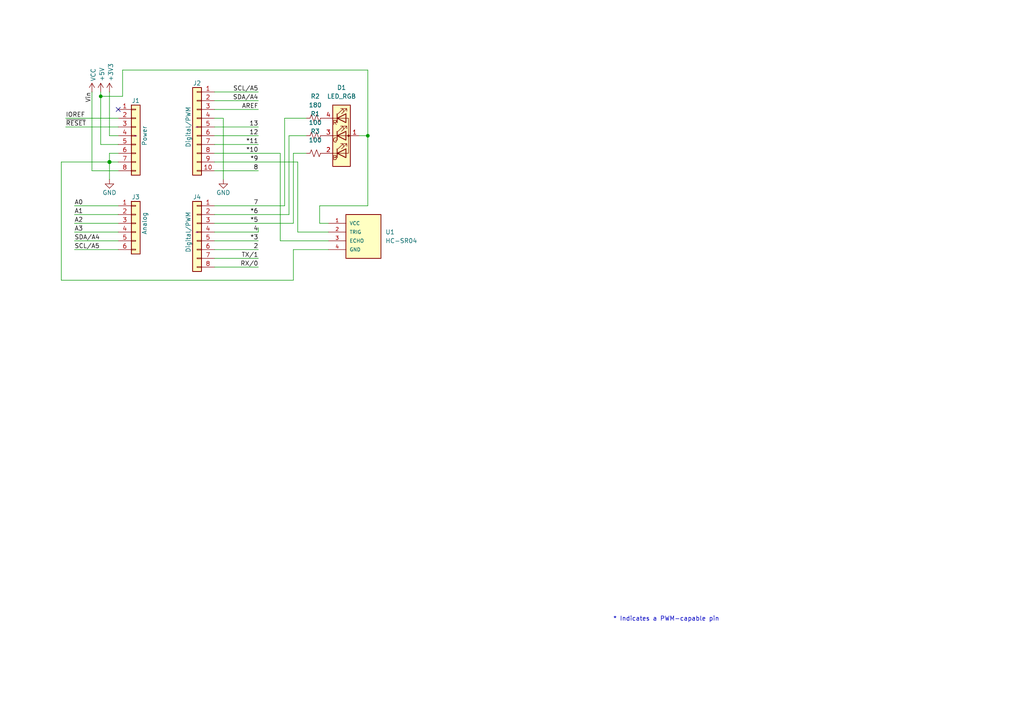
<source format=kicad_sch>
(kicad_sch
	(version 20231120)
	(generator "eeschema")
	(generator_version "8.0")
	(uuid "e63e39d7-6ac0-4ffd-8aa3-1841a4541b55")
	(paper "A4")
	(title_block
		(date "mar. 31 mars 2015")
	)
	(lib_symbols
		(symbol "Connector_Generic:Conn_01x06"
			(pin_names
				(offset 1.016) hide)
			(exclude_from_sim no)
			(in_bom yes)
			(on_board yes)
			(property "Reference" "J"
				(at 0 7.62 0)
				(effects
					(font
						(size 1.27 1.27)
					)
				)
			)
			(property "Value" "Conn_01x06"
				(at 0 -10.16 0)
				(effects
					(font
						(size 1.27 1.27)
					)
				)
			)
			(property "Footprint" ""
				(at 0 0 0)
				(effects
					(font
						(size 1.27 1.27)
					)
					(hide yes)
				)
			)
			(property "Datasheet" "~"
				(at 0 0 0)
				(effects
					(font
						(size 1.27 1.27)
					)
					(hide yes)
				)
			)
			(property "Description" "Generic connector, single row, 01x06, script generated (kicad-library-utils/schlib/autogen/connector/)"
				(at 0 0 0)
				(effects
					(font
						(size 1.27 1.27)
					)
					(hide yes)
				)
			)
			(property "ki_keywords" "connector"
				(at 0 0 0)
				(effects
					(font
						(size 1.27 1.27)
					)
					(hide yes)
				)
			)
			(property "ki_fp_filters" "Connector*:*_1x??_*"
				(at 0 0 0)
				(effects
					(font
						(size 1.27 1.27)
					)
					(hide yes)
				)
			)
			(symbol "Conn_01x06_1_1"
				(rectangle
					(start -1.27 -7.493)
					(end 0 -7.747)
					(stroke
						(width 0.1524)
						(type default)
					)
					(fill
						(type none)
					)
				)
				(rectangle
					(start -1.27 -4.953)
					(end 0 -5.207)
					(stroke
						(width 0.1524)
						(type default)
					)
					(fill
						(type none)
					)
				)
				(rectangle
					(start -1.27 -2.413)
					(end 0 -2.667)
					(stroke
						(width 0.1524)
						(type default)
					)
					(fill
						(type none)
					)
				)
				(rectangle
					(start -1.27 0.127)
					(end 0 -0.127)
					(stroke
						(width 0.1524)
						(type default)
					)
					(fill
						(type none)
					)
				)
				(rectangle
					(start -1.27 2.667)
					(end 0 2.413)
					(stroke
						(width 0.1524)
						(type default)
					)
					(fill
						(type none)
					)
				)
				(rectangle
					(start -1.27 5.207)
					(end 0 4.953)
					(stroke
						(width 0.1524)
						(type default)
					)
					(fill
						(type none)
					)
				)
				(rectangle
					(start -1.27 6.35)
					(end 1.27 -8.89)
					(stroke
						(width 0.254)
						(type default)
					)
					(fill
						(type background)
					)
				)
				(pin passive line
					(at -5.08 5.08 0)
					(length 3.81)
					(name "Pin_1"
						(effects
							(font
								(size 1.27 1.27)
							)
						)
					)
					(number "1"
						(effects
							(font
								(size 1.27 1.27)
							)
						)
					)
				)
				(pin passive line
					(at -5.08 2.54 0)
					(length 3.81)
					(name "Pin_2"
						(effects
							(font
								(size 1.27 1.27)
							)
						)
					)
					(number "2"
						(effects
							(font
								(size 1.27 1.27)
							)
						)
					)
				)
				(pin passive line
					(at -5.08 0 0)
					(length 3.81)
					(name "Pin_3"
						(effects
							(font
								(size 1.27 1.27)
							)
						)
					)
					(number "3"
						(effects
							(font
								(size 1.27 1.27)
							)
						)
					)
				)
				(pin passive line
					(at -5.08 -2.54 0)
					(length 3.81)
					(name "Pin_4"
						(effects
							(font
								(size 1.27 1.27)
							)
						)
					)
					(number "4"
						(effects
							(font
								(size 1.27 1.27)
							)
						)
					)
				)
				(pin passive line
					(at -5.08 -5.08 0)
					(length 3.81)
					(name "Pin_5"
						(effects
							(font
								(size 1.27 1.27)
							)
						)
					)
					(number "5"
						(effects
							(font
								(size 1.27 1.27)
							)
						)
					)
				)
				(pin passive line
					(at -5.08 -7.62 0)
					(length 3.81)
					(name "Pin_6"
						(effects
							(font
								(size 1.27 1.27)
							)
						)
					)
					(number "6"
						(effects
							(font
								(size 1.27 1.27)
							)
						)
					)
				)
			)
		)
		(symbol "Connector_Generic:Conn_01x08"
			(pin_names
				(offset 1.016) hide)
			(exclude_from_sim no)
			(in_bom yes)
			(on_board yes)
			(property "Reference" "J"
				(at 0 10.16 0)
				(effects
					(font
						(size 1.27 1.27)
					)
				)
			)
			(property "Value" "Conn_01x08"
				(at 0 -12.7 0)
				(effects
					(font
						(size 1.27 1.27)
					)
				)
			)
			(property "Footprint" ""
				(at 0 0 0)
				(effects
					(font
						(size 1.27 1.27)
					)
					(hide yes)
				)
			)
			(property "Datasheet" "~"
				(at 0 0 0)
				(effects
					(font
						(size 1.27 1.27)
					)
					(hide yes)
				)
			)
			(property "Description" "Generic connector, single row, 01x08, script generated (kicad-library-utils/schlib/autogen/connector/)"
				(at 0 0 0)
				(effects
					(font
						(size 1.27 1.27)
					)
					(hide yes)
				)
			)
			(property "ki_keywords" "connector"
				(at 0 0 0)
				(effects
					(font
						(size 1.27 1.27)
					)
					(hide yes)
				)
			)
			(property "ki_fp_filters" "Connector*:*_1x??_*"
				(at 0 0 0)
				(effects
					(font
						(size 1.27 1.27)
					)
					(hide yes)
				)
			)
			(symbol "Conn_01x08_1_1"
				(rectangle
					(start -1.27 -10.033)
					(end 0 -10.287)
					(stroke
						(width 0.1524)
						(type default)
					)
					(fill
						(type none)
					)
				)
				(rectangle
					(start -1.27 -7.493)
					(end 0 -7.747)
					(stroke
						(width 0.1524)
						(type default)
					)
					(fill
						(type none)
					)
				)
				(rectangle
					(start -1.27 -4.953)
					(end 0 -5.207)
					(stroke
						(width 0.1524)
						(type default)
					)
					(fill
						(type none)
					)
				)
				(rectangle
					(start -1.27 -2.413)
					(end 0 -2.667)
					(stroke
						(width 0.1524)
						(type default)
					)
					(fill
						(type none)
					)
				)
				(rectangle
					(start -1.27 0.127)
					(end 0 -0.127)
					(stroke
						(width 0.1524)
						(type default)
					)
					(fill
						(type none)
					)
				)
				(rectangle
					(start -1.27 2.667)
					(end 0 2.413)
					(stroke
						(width 0.1524)
						(type default)
					)
					(fill
						(type none)
					)
				)
				(rectangle
					(start -1.27 5.207)
					(end 0 4.953)
					(stroke
						(width 0.1524)
						(type default)
					)
					(fill
						(type none)
					)
				)
				(rectangle
					(start -1.27 7.747)
					(end 0 7.493)
					(stroke
						(width 0.1524)
						(type default)
					)
					(fill
						(type none)
					)
				)
				(rectangle
					(start -1.27 8.89)
					(end 1.27 -11.43)
					(stroke
						(width 0.254)
						(type default)
					)
					(fill
						(type background)
					)
				)
				(pin passive line
					(at -5.08 7.62 0)
					(length 3.81)
					(name "Pin_1"
						(effects
							(font
								(size 1.27 1.27)
							)
						)
					)
					(number "1"
						(effects
							(font
								(size 1.27 1.27)
							)
						)
					)
				)
				(pin passive line
					(at -5.08 5.08 0)
					(length 3.81)
					(name "Pin_2"
						(effects
							(font
								(size 1.27 1.27)
							)
						)
					)
					(number "2"
						(effects
							(font
								(size 1.27 1.27)
							)
						)
					)
				)
				(pin passive line
					(at -5.08 2.54 0)
					(length 3.81)
					(name "Pin_3"
						(effects
							(font
								(size 1.27 1.27)
							)
						)
					)
					(number "3"
						(effects
							(font
								(size 1.27 1.27)
							)
						)
					)
				)
				(pin passive line
					(at -5.08 0 0)
					(length 3.81)
					(name "Pin_4"
						(effects
							(font
								(size 1.27 1.27)
							)
						)
					)
					(number "4"
						(effects
							(font
								(size 1.27 1.27)
							)
						)
					)
				)
				(pin passive line
					(at -5.08 -2.54 0)
					(length 3.81)
					(name "Pin_5"
						(effects
							(font
								(size 1.27 1.27)
							)
						)
					)
					(number "5"
						(effects
							(font
								(size 1.27 1.27)
							)
						)
					)
				)
				(pin passive line
					(at -5.08 -5.08 0)
					(length 3.81)
					(name "Pin_6"
						(effects
							(font
								(size 1.27 1.27)
							)
						)
					)
					(number "6"
						(effects
							(font
								(size 1.27 1.27)
							)
						)
					)
				)
				(pin passive line
					(at -5.08 -7.62 0)
					(length 3.81)
					(name "Pin_7"
						(effects
							(font
								(size 1.27 1.27)
							)
						)
					)
					(number "7"
						(effects
							(font
								(size 1.27 1.27)
							)
						)
					)
				)
				(pin passive line
					(at -5.08 -10.16 0)
					(length 3.81)
					(name "Pin_8"
						(effects
							(font
								(size 1.27 1.27)
							)
						)
					)
					(number "8"
						(effects
							(font
								(size 1.27 1.27)
							)
						)
					)
				)
			)
		)
		(symbol "Connector_Generic:Conn_01x10"
			(pin_names
				(offset 1.016) hide)
			(exclude_from_sim no)
			(in_bom yes)
			(on_board yes)
			(property "Reference" "J"
				(at 0 12.7 0)
				(effects
					(font
						(size 1.27 1.27)
					)
				)
			)
			(property "Value" "Conn_01x10"
				(at 0 -15.24 0)
				(effects
					(font
						(size 1.27 1.27)
					)
				)
			)
			(property "Footprint" ""
				(at 0 0 0)
				(effects
					(font
						(size 1.27 1.27)
					)
					(hide yes)
				)
			)
			(property "Datasheet" "~"
				(at 0 0 0)
				(effects
					(font
						(size 1.27 1.27)
					)
					(hide yes)
				)
			)
			(property "Description" "Generic connector, single row, 01x10, script generated (kicad-library-utils/schlib/autogen/connector/)"
				(at 0 0 0)
				(effects
					(font
						(size 1.27 1.27)
					)
					(hide yes)
				)
			)
			(property "ki_keywords" "connector"
				(at 0 0 0)
				(effects
					(font
						(size 1.27 1.27)
					)
					(hide yes)
				)
			)
			(property "ki_fp_filters" "Connector*:*_1x??_*"
				(at 0 0 0)
				(effects
					(font
						(size 1.27 1.27)
					)
					(hide yes)
				)
			)
			(symbol "Conn_01x10_1_1"
				(rectangle
					(start -1.27 -12.573)
					(end 0 -12.827)
					(stroke
						(width 0.1524)
						(type default)
					)
					(fill
						(type none)
					)
				)
				(rectangle
					(start -1.27 -10.033)
					(end 0 -10.287)
					(stroke
						(width 0.1524)
						(type default)
					)
					(fill
						(type none)
					)
				)
				(rectangle
					(start -1.27 -7.493)
					(end 0 -7.747)
					(stroke
						(width 0.1524)
						(type default)
					)
					(fill
						(type none)
					)
				)
				(rectangle
					(start -1.27 -4.953)
					(end 0 -5.207)
					(stroke
						(width 0.1524)
						(type default)
					)
					(fill
						(type none)
					)
				)
				(rectangle
					(start -1.27 -2.413)
					(end 0 -2.667)
					(stroke
						(width 0.1524)
						(type default)
					)
					(fill
						(type none)
					)
				)
				(rectangle
					(start -1.27 0.127)
					(end 0 -0.127)
					(stroke
						(width 0.1524)
						(type default)
					)
					(fill
						(type none)
					)
				)
				(rectangle
					(start -1.27 2.667)
					(end 0 2.413)
					(stroke
						(width 0.1524)
						(type default)
					)
					(fill
						(type none)
					)
				)
				(rectangle
					(start -1.27 5.207)
					(end 0 4.953)
					(stroke
						(width 0.1524)
						(type default)
					)
					(fill
						(type none)
					)
				)
				(rectangle
					(start -1.27 7.747)
					(end 0 7.493)
					(stroke
						(width 0.1524)
						(type default)
					)
					(fill
						(type none)
					)
				)
				(rectangle
					(start -1.27 10.287)
					(end 0 10.033)
					(stroke
						(width 0.1524)
						(type default)
					)
					(fill
						(type none)
					)
				)
				(rectangle
					(start -1.27 11.43)
					(end 1.27 -13.97)
					(stroke
						(width 0.254)
						(type default)
					)
					(fill
						(type background)
					)
				)
				(pin passive line
					(at -5.08 10.16 0)
					(length 3.81)
					(name "Pin_1"
						(effects
							(font
								(size 1.27 1.27)
							)
						)
					)
					(number "1"
						(effects
							(font
								(size 1.27 1.27)
							)
						)
					)
				)
				(pin passive line
					(at -5.08 -12.7 0)
					(length 3.81)
					(name "Pin_10"
						(effects
							(font
								(size 1.27 1.27)
							)
						)
					)
					(number "10"
						(effects
							(font
								(size 1.27 1.27)
							)
						)
					)
				)
				(pin passive line
					(at -5.08 7.62 0)
					(length 3.81)
					(name "Pin_2"
						(effects
							(font
								(size 1.27 1.27)
							)
						)
					)
					(number "2"
						(effects
							(font
								(size 1.27 1.27)
							)
						)
					)
				)
				(pin passive line
					(at -5.08 5.08 0)
					(length 3.81)
					(name "Pin_3"
						(effects
							(font
								(size 1.27 1.27)
							)
						)
					)
					(number "3"
						(effects
							(font
								(size 1.27 1.27)
							)
						)
					)
				)
				(pin passive line
					(at -5.08 2.54 0)
					(length 3.81)
					(name "Pin_4"
						(effects
							(font
								(size 1.27 1.27)
							)
						)
					)
					(number "4"
						(effects
							(font
								(size 1.27 1.27)
							)
						)
					)
				)
				(pin passive line
					(at -5.08 0 0)
					(length 3.81)
					(name "Pin_5"
						(effects
							(font
								(size 1.27 1.27)
							)
						)
					)
					(number "5"
						(effects
							(font
								(size 1.27 1.27)
							)
						)
					)
				)
				(pin passive line
					(at -5.08 -2.54 0)
					(length 3.81)
					(name "Pin_6"
						(effects
							(font
								(size 1.27 1.27)
							)
						)
					)
					(number "6"
						(effects
							(font
								(size 1.27 1.27)
							)
						)
					)
				)
				(pin passive line
					(at -5.08 -5.08 0)
					(length 3.81)
					(name "Pin_7"
						(effects
							(font
								(size 1.27 1.27)
							)
						)
					)
					(number "7"
						(effects
							(font
								(size 1.27 1.27)
							)
						)
					)
				)
				(pin passive line
					(at -5.08 -7.62 0)
					(length 3.81)
					(name "Pin_8"
						(effects
							(font
								(size 1.27 1.27)
							)
						)
					)
					(number "8"
						(effects
							(font
								(size 1.27 1.27)
							)
						)
					)
				)
				(pin passive line
					(at -5.08 -10.16 0)
					(length 3.81)
					(name "Pin_9"
						(effects
							(font
								(size 1.27 1.27)
							)
						)
					)
					(number "9"
						(effects
							(font
								(size 1.27 1.27)
							)
						)
					)
				)
			)
		)
		(symbol "HC-SR04:HC-SR04"
			(pin_names
				(offset 1.016)
			)
			(exclude_from_sim no)
			(in_bom yes)
			(on_board yes)
			(property "Reference" "U"
				(at 0 5.0813 0)
				(effects
					(font
						(size 1.27 1.27)
					)
					(justify left bottom)
				)
			)
			(property "Value" "HC-SR04"
				(at 0 -10.163 0)
				(effects
					(font
						(size 1.27 1.27)
					)
					(justify left bottom)
				)
			)
			(property "Footprint" "HC-SR04:XCVR_HC-SR04"
				(at 0 0 0)
				(effects
					(font
						(size 1.27 1.27)
					)
					(justify bottom)
					(hide yes)
				)
			)
			(property "Datasheet" ""
				(at 0 0 0)
				(effects
					(font
						(size 1.27 1.27)
					)
					(hide yes)
				)
			)
			(property "Description" ""
				(at 0 0 0)
				(effects
					(font
						(size 1.27 1.27)
					)
					(hide yes)
				)
			)
			(property "MF" "SparkFun Electronics"
				(at 0 0 0)
				(effects
					(font
						(size 1.27 1.27)
					)
					(justify bottom)
					(hide yes)
				)
			)
			(property "Description_1" "\n                        \n                            HC-SR04 Ultrasonic Sensor Qwiic Platform Evaluation Expansion Board\n                        \n"
				(at 0 0 0)
				(effects
					(font
						(size 1.27 1.27)
					)
					(justify bottom)
					(hide yes)
				)
			)
			(property "Package" "None"
				(at 0 0 0)
				(effects
					(font
						(size 1.27 1.27)
					)
					(justify bottom)
					(hide yes)
				)
			)
			(property "Price" "None"
				(at 0 0 0)
				(effects
					(font
						(size 1.27 1.27)
					)
					(justify bottom)
					(hide yes)
				)
			)
			(property "Check_prices" "https://www.snapeda.com/parts/HC-SR04/SparkFun/view-part/?ref=eda"
				(at 0 0 0)
				(effects
					(font
						(size 1.27 1.27)
					)
					(justify bottom)
					(hide yes)
				)
			)
			(property "SnapEDA_Link" "https://www.snapeda.com/parts/HC-SR04/SparkFun/view-part/?ref=snap"
				(at 0 0 0)
				(effects
					(font
						(size 1.27 1.27)
					)
					(justify bottom)
					(hide yes)
				)
			)
			(property "MP" "HC-SR04"
				(at 0 0 0)
				(effects
					(font
						(size 1.27 1.27)
					)
					(justify bottom)
					(hide yes)
				)
			)
			(property "Availability" "Not in stock"
				(at 0 0 0)
				(effects
					(font
						(size 1.27 1.27)
					)
					(justify bottom)
					(hide yes)
				)
			)
			(property "MANUFACTURER" "Osepp"
				(at 0 0 0)
				(effects
					(font
						(size 1.27 1.27)
					)
					(justify bottom)
					(hide yes)
				)
			)
			(symbol "HC-SR04_0_0"
				(rectangle
					(start 0 -7.62)
					(end 10.16 5.08)
					(stroke
						(width 0.254)
						(type default)
					)
					(fill
						(type background)
					)
				)
				(pin power_in line
					(at -5.08 2.54 0)
					(length 5.08)
					(name "VCC"
						(effects
							(font
								(size 1.016 1.016)
							)
						)
					)
					(number "1"
						(effects
							(font
								(size 1.016 1.016)
							)
						)
					)
				)
				(pin bidirectional line
					(at -5.08 0 0)
					(length 5.08)
					(name "TRIG"
						(effects
							(font
								(size 1.016 1.016)
							)
						)
					)
					(number "2"
						(effects
							(font
								(size 1.016 1.016)
							)
						)
					)
				)
				(pin bidirectional line
					(at -5.08 -2.54 0)
					(length 5.08)
					(name "ECHO"
						(effects
							(font
								(size 1.016 1.016)
							)
						)
					)
					(number "3"
						(effects
							(font
								(size 1.016 1.016)
							)
						)
					)
				)
				(pin power_in line
					(at -5.08 -5.08 0)
					(length 5.08)
					(name "GND"
						(effects
							(font
								(size 1.016 1.016)
							)
						)
					)
					(number "4"
						(effects
							(font
								(size 1.016 1.016)
							)
						)
					)
				)
			)
		)
		(symbol "SparkFun-LED:LED_RGB_1205_Bottom"
			(pin_names
				(offset 0) hide)
			(exclude_from_sim no)
			(in_bom yes)
			(on_board yes)
			(property "Reference" "D"
				(at 0 10.16 0)
				(effects
					(font
						(size 1.27 1.27)
					)
				)
			)
			(property "Value" "LED_RGB"
				(at 0 -10.16 0)
				(effects
					(font
						(size 1.27 1.27)
					)
				)
			)
			(property "Footprint" "SparkFun-LED:LED_1205_RGB_Bottom"
				(at 0 -17.78 0)
				(effects
					(font
						(size 1.27 1.27)
					)
					(hide yes)
				)
			)
			(property "Datasheet" "https://cdn.sparkfun.com/assets/a/1/8/3/f/MEIHUA-MHT151RGBCT.pdf"
				(at 0 -12.7 0)
				(effects
					(font
						(size 1.27 1.27)
					)
					(hide yes)
				)
			)
			(property "Description" "Tricolor LED, Common Anode"
				(at 0 -15.24 0)
				(effects
					(font
						(size 1.27 1.27)
					)
					(hide yes)
				)
			)
			(property "PROD_ID" "LED-23358"
				(at 0 -20.32 0)
				(effects
					(font
						(size 1.27 1.27)
					)
					(hide yes)
				)
			)
			(property "ki_keywords" "SparkFun LED RGB Tri-color Bottom Mount"
				(at 0 0 0)
				(effects
					(font
						(size 1.27 1.27)
					)
					(hide yes)
				)
			)
			(property "ki_fp_filters" "*Avago*PLCC4*3.2x2.8mm*"
				(at 0 0 0)
				(effects
					(font
						(size 1.27 1.27)
					)
					(hide yes)
				)
			)
			(symbol "LED_RGB_1205_Bottom_0_0"
				(text "B"
					(at -1.905 -6.35 0)
					(effects
						(font
							(size 1.27 1.27)
						)
					)
				)
				(text "G"
					(at -1.905 -1.27 0)
					(effects
						(font
							(size 1.27 1.27)
						)
					)
				)
				(text "R"
					(at -1.905 3.81 0)
					(effects
						(font
							(size 1.27 1.27)
						)
					)
				)
			)
			(symbol "LED_RGB_1205_Bottom_0_1"
				(rectangle
					(start -2.54 -8.89)
					(end 2.54 8.89)
					(stroke
						(width 0.254)
						(type default)
					)
					(fill
						(type background)
					)
				)
				(polyline
					(pts
						(xy -2.54 -5.08) (xy 1.27 -5.08)
					)
					(stroke
						(width 0)
						(type default)
					)
					(fill
						(type none)
					)
				)
				(polyline
					(pts
						(xy -1.27 -3.81) (xy -1.27 -6.35)
					)
					(stroke
						(width 0.254)
						(type default)
					)
					(fill
						(type none)
					)
				)
				(polyline
					(pts
						(xy -1.27 1.27) (xy -1.27 -1.27)
					)
					(stroke
						(width 0.254)
						(type default)
					)
					(fill
						(type none)
					)
				)
				(polyline
					(pts
						(xy -1.27 6.35) (xy -1.27 3.81)
					)
					(stroke
						(width 0.254)
						(type default)
					)
					(fill
						(type none)
					)
				)
				(polyline
					(pts
						(xy 1.27 5.08) (xy -2.54 5.08)
					)
					(stroke
						(width 0)
						(type default)
					)
					(fill
						(type none)
					)
				)
				(polyline
					(pts
						(xy 2.54 0) (xy -2.54 0)
					)
					(stroke
						(width 0)
						(type default)
					)
					(fill
						(type none)
					)
				)
				(polyline
					(pts
						(xy 1.27 -5.08) (xy 2.032 -5.08) (xy 2.032 5.08) (xy 1.27 5.08)
					)
					(stroke
						(width 0)
						(type default)
					)
					(fill
						(type none)
					)
				)
				(polyline
					(pts
						(xy 1.27 -3.81) (xy 1.27 -6.35) (xy -1.27 -5.08) (xy 1.27 -3.81)
					)
					(stroke
						(width 0.254)
						(type default)
					)
					(fill
						(type none)
					)
				)
				(polyline
					(pts
						(xy 1.27 1.27) (xy 1.27 -1.27) (xy -1.27 0) (xy 1.27 1.27)
					)
					(stroke
						(width 0.254)
						(type default)
					)
					(fill
						(type none)
					)
				)
				(polyline
					(pts
						(xy 1.27 6.35) (xy 1.27 3.81) (xy -1.27 5.08) (xy 1.27 6.35)
					)
					(stroke
						(width 0.254)
						(type default)
					)
					(fill
						(type none)
					)
				)
				(polyline
					(pts
						(xy -1.016 -3.81) (xy 0.508 -2.286) (xy -0.254 -2.286) (xy 0.508 -2.286) (xy 0.508 -3.048)
					)
					(stroke
						(width 0)
						(type default)
					)
					(fill
						(type none)
					)
				)
				(polyline
					(pts
						(xy -1.016 1.27) (xy 0.508 2.794) (xy -0.254 2.794) (xy 0.508 2.794) (xy 0.508 2.032)
					)
					(stroke
						(width 0)
						(type default)
					)
					(fill
						(type none)
					)
				)
				(polyline
					(pts
						(xy -1.016 6.35) (xy 0.508 7.874) (xy -0.254 7.874) (xy 0.508 7.874) (xy 0.508 7.112)
					)
					(stroke
						(width 0)
						(type default)
					)
					(fill
						(type none)
					)
				)
				(polyline
					(pts
						(xy 0 -3.81) (xy 1.524 -2.286) (xy 0.762 -2.286) (xy 1.524 -2.286) (xy 1.524 -3.048)
					)
					(stroke
						(width 0)
						(type default)
					)
					(fill
						(type none)
					)
				)
				(polyline
					(pts
						(xy 0 1.27) (xy 1.524 2.794) (xy 0.762 2.794) (xy 1.524 2.794) (xy 1.524 2.032)
					)
					(stroke
						(width 0)
						(type default)
					)
					(fill
						(type none)
					)
				)
				(polyline
					(pts
						(xy 0 6.35) (xy 1.524 7.874) (xy 0.762 7.874) (xy 1.524 7.874) (xy 1.524 7.112)
					)
					(stroke
						(width 0)
						(type default)
					)
					(fill
						(type none)
					)
				)
				(rectangle
					(start 1.27 6.35)
					(end 1.27 6.35)
					(stroke
						(width 0)
						(type default)
					)
					(fill
						(type none)
					)
				)
				(circle
					(center 2.032 0)
					(radius 0.254)
					(stroke
						(width 0)
						(type default)
					)
					(fill
						(type outline)
					)
				)
			)
			(symbol "LED_RGB_1205_Bottom_1_1"
				(pin passive line
					(at 5.08 0 180)
					(length 2.54)
					(name "A"
						(effects
							(font
								(size 1.27 1.27)
							)
						)
					)
					(number "1"
						(effects
							(font
								(size 1.27 1.27)
							)
						)
					)
				)
				(pin passive line
					(at -5.08 -5.08 0)
					(length 2.54)
					(name "BK"
						(effects
							(font
								(size 1.27 1.27)
							)
						)
					)
					(number "2"
						(effects
							(font
								(size 1.27 1.27)
							)
						)
					)
				)
				(pin passive line
					(at -5.08 0 0)
					(length 2.54)
					(name "GK"
						(effects
							(font
								(size 1.27 1.27)
							)
						)
					)
					(number "3"
						(effects
							(font
								(size 1.27 1.27)
							)
						)
					)
				)
				(pin passive line
					(at -5.08 5.08 0)
					(length 2.54)
					(name "RK"
						(effects
							(font
								(size 1.27 1.27)
							)
						)
					)
					(number "4"
						(effects
							(font
								(size 1.27 1.27)
							)
						)
					)
				)
			)
		)
		(symbol "SparkFun-Resistor:100_0402"
			(pin_numbers hide)
			(pin_names
				(offset 0)
			)
			(exclude_from_sim no)
			(in_bom yes)
			(on_board yes)
			(property "Reference" "R"
				(at 0 -2.54 0)
				(effects
					(font
						(size 1.27 1.27)
					)
				)
			)
			(property "Value" "100"
				(at 0 2.54 0)
				(effects
					(font
						(size 1.27 1.27)
					)
				)
			)
			(property "Footprint" "SparkFun-Resistor:R_0402_1005Metric"
				(at 0 -4.318 0)
				(effects
					(font
						(size 1.27 1.27)
					)
					(hide yes)
				)
			)
			(property "Datasheet" "https://www.vishay.com/docs/20035/dcrcwe3.pdf"
				(at 0 -8.89 0)
				(effects
					(font
						(size 1.27 1.27)
					)
					(hide yes)
				)
			)
			(property "Description" "Resistor"
				(at 0 -11.43 0)
				(effects
					(font
						(size 1.27 1.27)
					)
					(hide yes)
				)
			)
			(property "PROD_ID" "RES-14962"
				(at 0 -6.35 0)
				(effects
					(font
						(size 1.27 1.27)
					)
					(hide yes)
				)
			)
			(property "ki_keywords" "SparkFun R res resistor"
				(at 0 0 0)
				(effects
					(font
						(size 1.27 1.27)
					)
					(hide yes)
				)
			)
			(property "ki_fp_filters" "R_*"
				(at 0 0 0)
				(effects
					(font
						(size 1.27 1.27)
					)
					(hide yes)
				)
			)
			(symbol "100_0402_0_1"
				(polyline
					(pts
						(xy -1.524 0) (xy -1.143 1.016) (xy -0.762 0) (xy -0.381 -1.016) (xy 0 0)
					)
					(stroke
						(width 0)
						(type default)
					)
					(fill
						(type none)
					)
				)
				(polyline
					(pts
						(xy 0 0) (xy 0.381 1.016) (xy 0.762 0) (xy 1.143 -1.016) (xy 1.524 0)
					)
					(stroke
						(width 0)
						(type default)
					)
					(fill
						(type none)
					)
				)
			)
			(symbol "100_0402_1_1"
				(pin passive line
					(at -2.54 0 0)
					(length 1.016)
					(name "~"
						(effects
							(font
								(size 1.27 1.27)
							)
						)
					)
					(number "1"
						(effects
							(font
								(size 1.27 1.27)
							)
						)
					)
				)
				(pin passive line
					(at 2.54 0 180)
					(length 1.016)
					(name "~"
						(effects
							(font
								(size 1.27 1.27)
							)
						)
					)
					(number "2"
						(effects
							(font
								(size 1.27 1.27)
							)
						)
					)
				)
			)
		)
		(symbol "SparkFun-Resistor:180_0603"
			(pin_numbers hide)
			(pin_names
				(offset 0)
			)
			(exclude_from_sim no)
			(in_bom yes)
			(on_board yes)
			(property "Reference" "R"
				(at 0 -2.54 0)
				(effects
					(font
						(size 1.27 1.27)
					)
				)
			)
			(property "Value" "180"
				(at 0 2.54 0)
				(effects
					(font
						(size 1.27 1.27)
					)
				)
			)
			(property "Footprint" "SparkFun-Resistor:R_0603_1608Metric"
				(at 0 -4.572 0)
				(effects
					(font
						(size 1.27 1.27)
					)
					(hide yes)
				)
			)
			(property "Datasheet" ""
				(at 0 -8.89 0)
				(effects
					(font
						(size 1.27 1.27)
					)
					(hide yes)
				)
			)
			(property "Description" "Resistor"
				(at 0 -8.89 0)
				(effects
					(font
						(size 1.27 1.27)
					)
					(hide yes)
				)
			)
			(property "PROD_ID" "RES-08788"
				(at 0 -6.858 0)
				(effects
					(font
						(size 1.27 1.27)
					)
					(hide yes)
				)
			)
			(property "ki_keywords" "SparkFun R res resistor"
				(at 0 0 0)
				(effects
					(font
						(size 1.27 1.27)
					)
					(hide yes)
				)
			)
			(property "ki_fp_filters" "R_*"
				(at 0 0 0)
				(effects
					(font
						(size 1.27 1.27)
					)
					(hide yes)
				)
			)
			(symbol "180_0603_0_1"
				(polyline
					(pts
						(xy -1.524 0) (xy -1.143 1.016) (xy -0.762 0) (xy -0.381 -1.016) (xy 0 0)
					)
					(stroke
						(width 0)
						(type default)
					)
					(fill
						(type none)
					)
				)
				(polyline
					(pts
						(xy 0 0) (xy 0.381 1.016) (xy 0.762 0) (xy 1.143 -1.016) (xy 1.524 0)
					)
					(stroke
						(width 0)
						(type default)
					)
					(fill
						(type none)
					)
				)
			)
			(symbol "180_0603_1_1"
				(pin passive line
					(at -2.54 0 0)
					(length 1.016)
					(name "~"
						(effects
							(font
								(size 1.27 1.27)
							)
						)
					)
					(number "1"
						(effects
							(font
								(size 1.27 1.27)
							)
						)
					)
				)
				(pin passive line
					(at 2.54 0 180)
					(length 1.016)
					(name "~"
						(effects
							(font
								(size 1.27 1.27)
							)
						)
					)
					(number "2"
						(effects
							(font
								(size 1.27 1.27)
							)
						)
					)
				)
			)
		)
		(symbol "power:+3V3"
			(power)
			(pin_numbers hide)
			(pin_names
				(offset 0) hide)
			(exclude_from_sim no)
			(in_bom yes)
			(on_board yes)
			(property "Reference" "#PWR"
				(at 0 -3.81 0)
				(effects
					(font
						(size 1.27 1.27)
					)
					(hide yes)
				)
			)
			(property "Value" "+3V3"
				(at 0 3.556 0)
				(effects
					(font
						(size 1.27 1.27)
					)
				)
			)
			(property "Footprint" ""
				(at 0 0 0)
				(effects
					(font
						(size 1.27 1.27)
					)
					(hide yes)
				)
			)
			(property "Datasheet" ""
				(at 0 0 0)
				(effects
					(font
						(size 1.27 1.27)
					)
					(hide yes)
				)
			)
			(property "Description" "Power symbol creates a global label with name \"+3V3\""
				(at 0 0 0)
				(effects
					(font
						(size 1.27 1.27)
					)
					(hide yes)
				)
			)
			(property "ki_keywords" "global power"
				(at 0 0 0)
				(effects
					(font
						(size 1.27 1.27)
					)
					(hide yes)
				)
			)
			(symbol "+3V3_0_1"
				(polyline
					(pts
						(xy -0.762 1.27) (xy 0 2.54)
					)
					(stroke
						(width 0)
						(type default)
					)
					(fill
						(type none)
					)
				)
				(polyline
					(pts
						(xy 0 0) (xy 0 2.54)
					)
					(stroke
						(width 0)
						(type default)
					)
					(fill
						(type none)
					)
				)
				(polyline
					(pts
						(xy 0 2.54) (xy 0.762 1.27)
					)
					(stroke
						(width 0)
						(type default)
					)
					(fill
						(type none)
					)
				)
			)
			(symbol "+3V3_1_1"
				(pin power_in line
					(at 0 0 90)
					(length 0)
					(name "~"
						(effects
							(font
								(size 1.27 1.27)
							)
						)
					)
					(number "1"
						(effects
							(font
								(size 1.27 1.27)
							)
						)
					)
				)
			)
		)
		(symbol "power:+5V"
			(power)
			(pin_numbers hide)
			(pin_names
				(offset 0) hide)
			(exclude_from_sim no)
			(in_bom yes)
			(on_board yes)
			(property "Reference" "#PWR"
				(at 0 -3.81 0)
				(effects
					(font
						(size 1.27 1.27)
					)
					(hide yes)
				)
			)
			(property "Value" "+5V"
				(at 0 3.556 0)
				(effects
					(font
						(size 1.27 1.27)
					)
				)
			)
			(property "Footprint" ""
				(at 0 0 0)
				(effects
					(font
						(size 1.27 1.27)
					)
					(hide yes)
				)
			)
			(property "Datasheet" ""
				(at 0 0 0)
				(effects
					(font
						(size 1.27 1.27)
					)
					(hide yes)
				)
			)
			(property "Description" "Power symbol creates a global label with name \"+5V\""
				(at 0 0 0)
				(effects
					(font
						(size 1.27 1.27)
					)
					(hide yes)
				)
			)
			(property "ki_keywords" "global power"
				(at 0 0 0)
				(effects
					(font
						(size 1.27 1.27)
					)
					(hide yes)
				)
			)
			(symbol "+5V_0_1"
				(polyline
					(pts
						(xy -0.762 1.27) (xy 0 2.54)
					)
					(stroke
						(width 0)
						(type default)
					)
					(fill
						(type none)
					)
				)
				(polyline
					(pts
						(xy 0 0) (xy 0 2.54)
					)
					(stroke
						(width 0)
						(type default)
					)
					(fill
						(type none)
					)
				)
				(polyline
					(pts
						(xy 0 2.54) (xy 0.762 1.27)
					)
					(stroke
						(width 0)
						(type default)
					)
					(fill
						(type none)
					)
				)
			)
			(symbol "+5V_1_1"
				(pin power_in line
					(at 0 0 90)
					(length 0)
					(name "~"
						(effects
							(font
								(size 1.27 1.27)
							)
						)
					)
					(number "1"
						(effects
							(font
								(size 1.27 1.27)
							)
						)
					)
				)
			)
		)
		(symbol "power:GND"
			(power)
			(pin_numbers hide)
			(pin_names
				(offset 0) hide)
			(exclude_from_sim no)
			(in_bom yes)
			(on_board yes)
			(property "Reference" "#PWR"
				(at 0 -6.35 0)
				(effects
					(font
						(size 1.27 1.27)
					)
					(hide yes)
				)
			)
			(property "Value" "GND"
				(at 0 -3.81 0)
				(effects
					(font
						(size 1.27 1.27)
					)
				)
			)
			(property "Footprint" ""
				(at 0 0 0)
				(effects
					(font
						(size 1.27 1.27)
					)
					(hide yes)
				)
			)
			(property "Datasheet" ""
				(at 0 0 0)
				(effects
					(font
						(size 1.27 1.27)
					)
					(hide yes)
				)
			)
			(property "Description" "Power symbol creates a global label with name \"GND\" , ground"
				(at 0 0 0)
				(effects
					(font
						(size 1.27 1.27)
					)
					(hide yes)
				)
			)
			(property "ki_keywords" "global power"
				(at 0 0 0)
				(effects
					(font
						(size 1.27 1.27)
					)
					(hide yes)
				)
			)
			(symbol "GND_0_1"
				(polyline
					(pts
						(xy 0 0) (xy 0 -1.27) (xy 1.27 -1.27) (xy 0 -2.54) (xy -1.27 -1.27) (xy 0 -1.27)
					)
					(stroke
						(width 0)
						(type default)
					)
					(fill
						(type none)
					)
				)
			)
			(symbol "GND_1_1"
				(pin power_in line
					(at 0 0 270)
					(length 0)
					(name "~"
						(effects
							(font
								(size 1.27 1.27)
							)
						)
					)
					(number "1"
						(effects
							(font
								(size 1.27 1.27)
							)
						)
					)
				)
			)
		)
		(symbol "power:VCC"
			(power)
			(pin_numbers hide)
			(pin_names
				(offset 0) hide)
			(exclude_from_sim no)
			(in_bom yes)
			(on_board yes)
			(property "Reference" "#PWR"
				(at 0 -3.81 0)
				(effects
					(font
						(size 1.27 1.27)
					)
					(hide yes)
				)
			)
			(property "Value" "VCC"
				(at 0 3.556 0)
				(effects
					(font
						(size 1.27 1.27)
					)
				)
			)
			(property "Footprint" ""
				(at 0 0 0)
				(effects
					(font
						(size 1.27 1.27)
					)
					(hide yes)
				)
			)
			(property "Datasheet" ""
				(at 0 0 0)
				(effects
					(font
						(size 1.27 1.27)
					)
					(hide yes)
				)
			)
			(property "Description" "Power symbol creates a global label with name \"VCC\""
				(at 0 0 0)
				(effects
					(font
						(size 1.27 1.27)
					)
					(hide yes)
				)
			)
			(property "ki_keywords" "global power"
				(at 0 0 0)
				(effects
					(font
						(size 1.27 1.27)
					)
					(hide yes)
				)
			)
			(symbol "VCC_0_1"
				(polyline
					(pts
						(xy -0.762 1.27) (xy 0 2.54)
					)
					(stroke
						(width 0)
						(type default)
					)
					(fill
						(type none)
					)
				)
				(polyline
					(pts
						(xy 0 0) (xy 0 2.54)
					)
					(stroke
						(width 0)
						(type default)
					)
					(fill
						(type none)
					)
				)
				(polyline
					(pts
						(xy 0 2.54) (xy 0.762 1.27)
					)
					(stroke
						(width 0)
						(type default)
					)
					(fill
						(type none)
					)
				)
			)
			(symbol "VCC_1_1"
				(pin power_in line
					(at 0 0 90)
					(length 0)
					(name "~"
						(effects
							(font
								(size 1.27 1.27)
							)
						)
					)
					(number "1"
						(effects
							(font
								(size 1.27 1.27)
							)
						)
					)
				)
			)
		)
	)
	(junction
		(at 31.75 46.99)
		(diameter 1.016)
		(color 0 0 0 0)
		(uuid "3dcc657b-55a1-48e0-9667-e01e7b6b08b5")
	)
	(junction
		(at 29.21 27.94)
		(diameter 0)
		(color 0 0 0 0)
		(uuid "4bd81c73-49f0-48e4-9f56-bfccdbc8bd56")
	)
	(junction
		(at 106.68 39.37)
		(diameter 0)
		(color 0 0 0 0)
		(uuid "5b742385-4b39-43cd-8057-5e2e073d8a1f")
	)
	(no_connect
		(at 34.29 31.75)
		(uuid "d181157c-7812-47e5-a0cf-9580c905fc86")
	)
	(wire
		(pts
			(xy 62.23 77.47) (xy 74.93 77.47)
		)
		(stroke
			(width 0)
			(type solid)
		)
		(uuid "010ba307-2067-49d3-b0fa-6414143f3fc2")
	)
	(wire
		(pts
			(xy 106.68 59.69) (xy 92.71 59.69)
		)
		(stroke
			(width 0)
			(type default)
		)
		(uuid "0892b7cd-8cb6-47ff-98ea-b84cd186da4e")
	)
	(wire
		(pts
			(xy 62.23 44.45) (xy 81.28 44.45)
		)
		(stroke
			(width 0)
			(type solid)
		)
		(uuid "09480ba4-37da-45e3-b9fe-6beebf876349")
	)
	(wire
		(pts
			(xy 92.71 59.69) (xy 92.71 64.77)
		)
		(stroke
			(width 0)
			(type default)
		)
		(uuid "0ae29620-bbeb-494d-977c-019d4deb2f56")
	)
	(wire
		(pts
			(xy 62.23 26.67) (xy 74.93 26.67)
		)
		(stroke
			(width 0)
			(type solid)
		)
		(uuid "0f5d2189-4ead-42fa-8f7a-cfa3af4de132")
	)
	(wire
		(pts
			(xy 35.56 27.94) (xy 29.21 27.94)
		)
		(stroke
			(width 0)
			(type default)
		)
		(uuid "0faf1082-ffc3-463f-8bae-09f22305bce9")
	)
	(wire
		(pts
			(xy 35.56 20.32) (xy 35.56 27.94)
		)
		(stroke
			(width 0)
			(type default)
		)
		(uuid "10e08b51-c88b-4ade-917a-79a5b07dea44")
	)
	(wire
		(pts
			(xy 88.9 39.37) (xy 83.82 39.37)
		)
		(stroke
			(width 0)
			(type default)
		)
		(uuid "165608f4-a173-448e-ab2b-89b99cfb0bb6")
	)
	(wire
		(pts
			(xy 86.36 67.31) (xy 95.25 67.31)
		)
		(stroke
			(width 0)
			(type solid)
		)
		(uuid "16aa1e1b-61f0-4f46-b268-48dc637d6dda")
	)
	(wire
		(pts
			(xy 31.75 44.45) (xy 31.75 46.99)
		)
		(stroke
			(width 0)
			(type solid)
		)
		(uuid "1c31b835-925f-4a5c-92df-8f2558bb711b")
	)
	(wire
		(pts
			(xy 88.9 34.29) (xy 82.55 34.29)
		)
		(stroke
			(width 0)
			(type default)
		)
		(uuid "1dcdc479-c9dd-4891-9f88-183d35c4a7eb")
	)
	(wire
		(pts
			(xy 88.9 44.45) (xy 85.09 44.45)
		)
		(stroke
			(width 0)
			(type default)
		)
		(uuid "1fd0aabe-c9fb-42d2-9124-746609ad0ca5")
	)
	(wire
		(pts
			(xy 21.59 72.39) (xy 34.29 72.39)
		)
		(stroke
			(width 0)
			(type solid)
		)
		(uuid "20854542-d0b0-4be7-af02-0e5fceb34e01")
	)
	(wire
		(pts
			(xy 31.75 46.99) (xy 31.75 52.07)
		)
		(stroke
			(width 0)
			(type solid)
		)
		(uuid "2df788b2-ce68-49bc-a497-4b6570a17f30")
	)
	(wire
		(pts
			(xy 104.14 39.37) (xy 106.68 39.37)
		)
		(stroke
			(width 0)
			(type default)
		)
		(uuid "322595ac-5fb1-40fd-b3e6-790a39b6ee9f")
	)
	(wire
		(pts
			(xy 31.75 39.37) (xy 34.29 39.37)
		)
		(stroke
			(width 0)
			(type solid)
		)
		(uuid "3334b11d-5a13-40b4-a117-d693c543e4ab")
	)
	(wire
		(pts
			(xy 81.28 44.45) (xy 81.28 69.85)
		)
		(stroke
			(width 0)
			(type solid)
		)
		(uuid "354f48c0-b217-4035-95bc-90b828c92ee8")
	)
	(wire
		(pts
			(xy 29.21 41.91) (xy 34.29 41.91)
		)
		(stroke
			(width 0)
			(type solid)
		)
		(uuid "3661f80c-fef8-4441-83be-df8930b3b45e")
	)
	(wire
		(pts
			(xy 29.21 26.67) (xy 29.21 27.94)
		)
		(stroke
			(width 0)
			(type solid)
		)
		(uuid "392bf1f6-bf67-427d-8d4c-0a87cb757556")
	)
	(wire
		(pts
			(xy 62.23 36.83) (xy 74.93 36.83)
		)
		(stroke
			(width 0)
			(type solid)
		)
		(uuid "4227fa6f-c399-4f14-8228-23e39d2b7e7d")
	)
	(wire
		(pts
			(xy 17.78 46.99) (xy 31.75 46.99)
		)
		(stroke
			(width 0)
			(type default)
		)
		(uuid "42bad20b-28ce-4c21-82f7-beb9988c028c")
	)
	(wire
		(pts
			(xy 31.75 26.67) (xy 31.75 39.37)
		)
		(stroke
			(width 0)
			(type solid)
		)
		(uuid "442fb4de-4d55-45de-bc27-3e6222ceb890")
	)
	(wire
		(pts
			(xy 62.23 59.69) (xy 82.55 59.69)
		)
		(stroke
			(width 0)
			(type solid)
		)
		(uuid "4455ee2e-5642-42c1-a83b-f7e65fa0c2f1")
	)
	(wire
		(pts
			(xy 34.29 59.69) (xy 21.59 59.69)
		)
		(stroke
			(width 0)
			(type solid)
		)
		(uuid "486ca832-85f4-4989-b0f4-569faf9be534")
	)
	(wire
		(pts
			(xy 62.23 39.37) (xy 74.93 39.37)
		)
		(stroke
			(width 0)
			(type solid)
		)
		(uuid "4a910b57-a5cd-4105-ab4f-bde2a80d4f00")
	)
	(wire
		(pts
			(xy 62.23 62.23) (xy 83.82 62.23)
		)
		(stroke
			(width 0)
			(type solid)
		)
		(uuid "4e60e1af-19bd-45a0-b418-b7030b594dde")
	)
	(wire
		(pts
			(xy 62.23 46.99) (xy 86.36 46.99)
		)
		(stroke
			(width 0)
			(type solid)
		)
		(uuid "63f2b71b-521b-4210-bf06-ed65e330fccc")
	)
	(wire
		(pts
			(xy 62.23 67.31) (xy 74.93 67.31)
		)
		(stroke
			(width 0)
			(type solid)
		)
		(uuid "6bb3ea5f-9e60-4add-9d97-244be2cf61d2")
	)
	(wire
		(pts
			(xy 19.05 34.29) (xy 34.29 34.29)
		)
		(stroke
			(width 0)
			(type solid)
		)
		(uuid "73d4774c-1387-4550-b580-a1cc0ac89b89")
	)
	(wire
		(pts
			(xy 106.68 39.37) (xy 106.68 20.32)
		)
		(stroke
			(width 0)
			(type default)
		)
		(uuid "81153e6b-3920-43b7-b48b-d55f3f957c71")
	)
	(wire
		(pts
			(xy 64.77 34.29) (xy 64.77 52.07)
		)
		(stroke
			(width 0)
			(type solid)
		)
		(uuid "84ce350c-b0c1-4e69-9ab2-f7ec7b8bb312")
	)
	(wire
		(pts
			(xy 74.93 66.04) (xy 74.93 67.31)
		)
		(stroke
			(width 0)
			(type default)
		)
		(uuid "85cfdbc4-e247-4cd3-996a-d789f571385a")
	)
	(wire
		(pts
			(xy 85.09 81.28) (xy 17.78 81.28)
		)
		(stroke
			(width 0)
			(type default)
		)
		(uuid "85fc5a8f-cab7-4222-8880-f2309a183e04")
	)
	(wire
		(pts
			(xy 62.23 31.75) (xy 74.93 31.75)
		)
		(stroke
			(width 0)
			(type solid)
		)
		(uuid "8a3d35a2-f0f6-4dec-a606-7c8e288ca828")
	)
	(wire
		(pts
			(xy 106.68 20.32) (xy 35.56 20.32)
		)
		(stroke
			(width 0)
			(type default)
		)
		(uuid "8fd9a0ce-8550-4347-8795-24dd42817810")
	)
	(wire
		(pts
			(xy 34.29 64.77) (xy 21.59 64.77)
		)
		(stroke
			(width 0)
			(type solid)
		)
		(uuid "9377eb1a-3b12-438c-8ebd-f86ace1e8d25")
	)
	(wire
		(pts
			(xy 19.05 36.83) (xy 34.29 36.83)
		)
		(stroke
			(width 0)
			(type solid)
		)
		(uuid "93e52853-9d1e-4afe-aee8-b825ab9f5d09")
	)
	(wire
		(pts
			(xy 83.82 39.37) (xy 83.82 62.23)
		)
		(stroke
			(width 0)
			(type default)
		)
		(uuid "97c4df04-261d-45ba-bf61-a34059b71d4d")
	)
	(wire
		(pts
			(xy 34.29 46.99) (xy 31.75 46.99)
		)
		(stroke
			(width 0)
			(type solid)
		)
		(uuid "97df9ac9-dbb8-472e-b84f-3684d0eb5efc")
	)
	(wire
		(pts
			(xy 82.55 34.29) (xy 82.55 59.69)
		)
		(stroke
			(width 0)
			(type default)
		)
		(uuid "9e47acd6-ae6a-40b7-8ab4-d633cb719a62")
	)
	(wire
		(pts
			(xy 34.29 49.53) (xy 26.67 49.53)
		)
		(stroke
			(width 0)
			(type solid)
		)
		(uuid "a7518f9d-05df-4211-ba17-5d615f04ec46")
	)
	(wire
		(pts
			(xy 85.09 72.39) (xy 85.09 81.28)
		)
		(stroke
			(width 0)
			(type default)
		)
		(uuid "a781eff5-24eb-4be6-be3b-3af8e560d128")
	)
	(wire
		(pts
			(xy 21.59 62.23) (xy 34.29 62.23)
		)
		(stroke
			(width 0)
			(type solid)
		)
		(uuid "aab97e46-23d6-4cbf-8684-537b94306d68")
	)
	(wire
		(pts
			(xy 95.25 72.39) (xy 85.09 72.39)
		)
		(stroke
			(width 0)
			(type default)
		)
		(uuid "aaf8c5b8-797a-4a92-a3b5-0a17afc6e9da")
	)
	(wire
		(pts
			(xy 86.36 46.99) (xy 86.36 67.31)
		)
		(stroke
			(width 0)
			(type solid)
		)
		(uuid "ad8dcc1f-b0fa-4c8b-bc1b-f01b908071f9")
	)
	(wire
		(pts
			(xy 85.09 44.45) (xy 85.09 64.77)
		)
		(stroke
			(width 0)
			(type default)
		)
		(uuid "b60fb44f-4f4c-4e75-b929-86e35de5fc1f")
	)
	(wire
		(pts
			(xy 17.78 81.28) (xy 17.78 46.99)
		)
		(stroke
			(width 0)
			(type default)
		)
		(uuid "b84e487e-c4ee-428e-9aea-2e45d3e6d3fc")
	)
	(wire
		(pts
			(xy 62.23 34.29) (xy 64.77 34.29)
		)
		(stroke
			(width 0)
			(type solid)
		)
		(uuid "bcbc7302-8a54-4b9b-98b9-f277f1b20941")
	)
	(wire
		(pts
			(xy 34.29 44.45) (xy 31.75 44.45)
		)
		(stroke
			(width 0)
			(type solid)
		)
		(uuid "c12796ad-cf20-466f-9ab3-9cf441392c32")
	)
	(wire
		(pts
			(xy 62.23 41.91) (xy 74.93 41.91)
		)
		(stroke
			(width 0)
			(type solid)
		)
		(uuid "c722a1ff-12f1-49e5-88a4-44ffeb509ca2")
	)
	(wire
		(pts
			(xy 62.23 64.77) (xy 85.09 64.77)
		)
		(stroke
			(width 0)
			(type solid)
		)
		(uuid "cfe99980-2d98-4372-b495-04c53027340b")
	)
	(wire
		(pts
			(xy 21.59 67.31) (xy 34.29 67.31)
		)
		(stroke
			(width 0)
			(type solid)
		)
		(uuid "d3042136-2605-44b2-aebb-5484a9c90933")
	)
	(wire
		(pts
			(xy 106.68 39.37) (xy 106.68 59.69)
		)
		(stroke
			(width 0)
			(type default)
		)
		(uuid "d98d11a6-4aae-4cf7-9dd7-6813c633cfa7")
	)
	(wire
		(pts
			(xy 81.28 69.85) (xy 95.25 69.85)
		)
		(stroke
			(width 0)
			(type solid)
		)
		(uuid "e6e7889d-f77e-42e8-9f22-ec38736761fb")
	)
	(wire
		(pts
			(xy 62.23 29.21) (xy 74.93 29.21)
		)
		(stroke
			(width 0)
			(type solid)
		)
		(uuid "e7278977-132b-4777-9eb4-7d93363a4379")
	)
	(wire
		(pts
			(xy 62.23 72.39) (xy 74.93 72.39)
		)
		(stroke
			(width 0)
			(type solid)
		)
		(uuid "e9bdd59b-3252-4c44-a357-6fa1af0c210c")
	)
	(wire
		(pts
			(xy 62.23 69.85) (xy 74.93 69.85)
		)
		(stroke
			(width 0)
			(type solid)
		)
		(uuid "ec76dcc9-9949-4dda-bd76-046204829cb4")
	)
	(wire
		(pts
			(xy 92.71 64.77) (xy 95.25 64.77)
		)
		(stroke
			(width 0)
			(type default)
		)
		(uuid "f5a0b30a-d852-4c3d-94a9-cca65e563907")
	)
	(wire
		(pts
			(xy 62.23 74.93) (xy 74.93 74.93)
		)
		(stroke
			(width 0)
			(type solid)
		)
		(uuid "f853d1d4-c722-44df-98bf-4a6114204628")
	)
	(wire
		(pts
			(xy 26.67 49.53) (xy 26.67 26.67)
		)
		(stroke
			(width 0)
			(type solid)
		)
		(uuid "f8de70cd-e47d-4e80-8f3a-077e9df93aa8")
	)
	(wire
		(pts
			(xy 29.21 27.94) (xy 29.21 41.91)
		)
		(stroke
			(width 0)
			(type solid)
		)
		(uuid "f938a4a2-f9cd-4aa4-8a48-987fc38e70ce")
	)
	(wire
		(pts
			(xy 34.29 69.85) (xy 21.59 69.85)
		)
		(stroke
			(width 0)
			(type solid)
		)
		(uuid "fc39c32d-65b8-4d16-9db5-de89c54a1206")
	)
	(wire
		(pts
			(xy 62.23 49.53) (xy 74.93 49.53)
		)
		(stroke
			(width 0)
			(type solid)
		)
		(uuid "fe837306-92d0-4847-ad21-76c47ae932d1")
	)
	(text "* Indicates a PWM-capable pin"
		(exclude_from_sim no)
		(at 177.8 180.34 0)
		(effects
			(font
				(size 1.27 1.27)
			)
			(justify left bottom)
		)
		(uuid "c364973a-9a67-4667-8185-a3a5c6c6cbdf")
	)
	(label "RX{slash}0"
		(at 74.93 77.47 180)
		(effects
			(font
				(size 1.27 1.27)
			)
			(justify right bottom)
		)
		(uuid "01ea9310-cf66-436b-9b89-1a2f4237b59e")
	)
	(label "A2"
		(at 21.59 64.77 0)
		(effects
			(font
				(size 1.27 1.27)
			)
			(justify left bottom)
		)
		(uuid "09251fd4-af37-4d86-8951-1faaac710ffa")
	)
	(label "4"
		(at 74.93 67.31 180)
		(effects
			(font
				(size 1.27 1.27)
			)
			(justify right bottom)
		)
		(uuid "0d8cfe6d-11bf-42b9-9752-f9a5a76bce7e")
	)
	(label "2"
		(at 74.93 72.39 180)
		(effects
			(font
				(size 1.27 1.27)
			)
			(justify right bottom)
		)
		(uuid "23f0c933-49f0-4410-a8db-8b017f48dadc")
	)
	(label "A3"
		(at 21.59 67.31 0)
		(effects
			(font
				(size 1.27 1.27)
			)
			(justify left bottom)
		)
		(uuid "2c60ab74-0590-423b-8921-6f3212a358d2")
	)
	(label "13"
		(at 74.93 36.83 180)
		(effects
			(font
				(size 1.27 1.27)
			)
			(justify right bottom)
		)
		(uuid "35bc5b35-b7b2-44d5-bbed-557f428649b2")
	)
	(label "12"
		(at 74.93 39.37 180)
		(effects
			(font
				(size 1.27 1.27)
			)
			(justify right bottom)
		)
		(uuid "3ffaa3b1-1d78-4c7b-bdf9-f1a8019c92fd")
	)
	(label "~{RESET}"
		(at 19.05 36.83 0)
		(effects
			(font
				(size 1.27 1.27)
			)
			(justify left bottom)
		)
		(uuid "49585dba-cfa7-4813-841e-9d900d43ecf4")
	)
	(label "*10"
		(at 74.93 44.45 180)
		(effects
			(font
				(size 1.27 1.27)
			)
			(justify right bottom)
		)
		(uuid "54be04e4-fffa-4f7f-8a5f-d0de81314e8f")
	)
	(label "7"
		(at 74.93 59.69 180)
		(effects
			(font
				(size 1.27 1.27)
			)
			(justify right bottom)
		)
		(uuid "873d2c88-519e-482f-a3ed-2484e5f9417e")
	)
	(label "SDA{slash}A4"
		(at 74.93 29.21 180)
		(effects
			(font
				(size 1.27 1.27)
			)
			(justify right bottom)
		)
		(uuid "8885a9dc-224d-44c5-8601-05c1d9983e09")
	)
	(label "8"
		(at 74.93 49.53 180)
		(effects
			(font
				(size 1.27 1.27)
			)
			(justify right bottom)
		)
		(uuid "89b0e564-e7aa-4224-80c9-3f0614fede8f")
	)
	(label "*11"
		(at 74.93 41.91 180)
		(effects
			(font
				(size 1.27 1.27)
			)
			(justify right bottom)
		)
		(uuid "9ad5a781-2469-4c8f-8abf-a1c3586f7cb7")
	)
	(label "*3"
		(at 74.93 69.85 180)
		(effects
			(font
				(size 1.27 1.27)
			)
			(justify right bottom)
		)
		(uuid "9cccf5f9-68a4-4e61-b418-6185dd6a5f9a")
	)
	(label "A1"
		(at 21.59 62.23 0)
		(effects
			(font
				(size 1.27 1.27)
			)
			(justify left bottom)
		)
		(uuid "acc9991b-1bdd-4544-9a08-4037937485cb")
	)
	(label "TX{slash}1"
		(at 74.93 74.93 180)
		(effects
			(font
				(size 1.27 1.27)
			)
			(justify right bottom)
		)
		(uuid "ae2c9582-b445-44bd-b371-7fc74f6cf852")
	)
	(label "A0"
		(at 21.59 59.69 0)
		(effects
			(font
				(size 1.27 1.27)
			)
			(justify left bottom)
		)
		(uuid "ba02dc27-26a3-4648-b0aa-06b6dcaf001f")
	)
	(label "AREF"
		(at 74.93 31.75 180)
		(effects
			(font
				(size 1.27 1.27)
			)
			(justify right bottom)
		)
		(uuid "bbf52cf8-6d97-4499-a9ee-3657cebcdabf")
	)
	(label "Vin"
		(at 26.67 26.67 270)
		(effects
			(font
				(size 1.27 1.27)
			)
			(justify right bottom)
		)
		(uuid "c348793d-eec0-4f33-9b91-2cae8b4224a4")
	)
	(label "*6"
		(at 74.93 62.23 180)
		(effects
			(font
				(size 1.27 1.27)
			)
			(justify right bottom)
		)
		(uuid "c775d4e8-c37b-4e73-90c1-1c8d36333aac")
	)
	(label "SCL{slash}A5"
		(at 74.93 26.67 180)
		(effects
			(font
				(size 1.27 1.27)
			)
			(justify right bottom)
		)
		(uuid "cba886fc-172a-42fe-8e4c-daace6eaef8e")
	)
	(label "*9"
		(at 74.93 46.99 180)
		(effects
			(font
				(size 1.27 1.27)
			)
			(justify right bottom)
		)
		(uuid "ccb58899-a82d-403c-b30b-ee351d622e9c")
	)
	(label "*5"
		(at 74.93 64.77 180)
		(effects
			(font
				(size 1.27 1.27)
			)
			(justify right bottom)
		)
		(uuid "d9a65242-9c26-45cd-9a55-3e69f0d77784")
	)
	(label "IOREF"
		(at 19.05 34.29 0)
		(effects
			(font
				(size 1.27 1.27)
			)
			(justify left bottom)
		)
		(uuid "de819ae4-b245-474b-a426-865ba877b8a2")
	)
	(label "SDA{slash}A4"
		(at 21.59 69.85 0)
		(effects
			(font
				(size 1.27 1.27)
			)
			(justify left bottom)
		)
		(uuid "e7ce99b8-ca22-4c56-9e55-39d32c709f3c")
	)
	(label "SCL{slash}A5"
		(at 21.59 72.39 0)
		(effects
			(font
				(size 1.27 1.27)
			)
			(justify left bottom)
		)
		(uuid "ea5aa60b-a25e-41a1-9e06-c7b6f957567f")
	)
	(symbol
		(lib_id "Connector_Generic:Conn_01x08")
		(at 39.37 39.37 0)
		(unit 1)
		(exclude_from_sim no)
		(in_bom yes)
		(on_board yes)
		(dnp no)
		(uuid "00000000-0000-0000-0000-000056d71773")
		(property "Reference" "J1"
			(at 39.37 29.21 0)
			(effects
				(font
					(size 1.27 1.27)
				)
			)
		)
		(property "Value" "Power"
			(at 41.91 39.37 90)
			(effects
				(font
					(size 1.27 1.27)
				)
			)
		)
		(property "Footprint" ""
			(at 39.37 39.37 0)
			(effects
				(font
					(size 1.27 1.27)
				)
				(hide yes)
			)
		)
		(property "Datasheet" "~"
			(at 39.37 39.37 0)
			(effects
				(font
					(size 1.27 1.27)
				)
			)
		)
		(property "Description" "Generic connector, single row, 01x08, script generated (kicad-library-utils/schlib/autogen/connector/)"
			(at 39.37 39.37 0)
			(effects
				(font
					(size 1.27 1.27)
				)
				(hide yes)
			)
		)
		(pin "1"
			(uuid "d4c02b7e-3be7-4193-a989-fb40130f3319")
		)
		(pin "2"
			(uuid "1d9f20f8-8d42-4e3d-aece-4c12cc80d0d3")
		)
		(pin "3"
			(uuid "4801b550-c773-45a3-9bc6-15a3e9341f08")
		)
		(pin "4"
			(uuid "fbe5a73e-5be6-45ba-85f2-2891508cd936")
		)
		(pin "5"
			(uuid "8f0d2977-6611-4bfc-9a74-1791861e9159")
		)
		(pin "6"
			(uuid "270f30a7-c159-467b-ab5f-aee66a24a8c7")
		)
		(pin "7"
			(uuid "760eb2a5-8bbd-4298-88f0-2b1528e020ff")
		)
		(pin "8"
			(uuid "6a44a55c-6ae0-4d79-b4a1-52d3e48a7065")
		)
		(instances
			(project "Arduino_Uno"
				(path "/e63e39d7-6ac0-4ffd-8aa3-1841a4541b55"
					(reference "J1")
					(unit 1)
				)
			)
		)
	)
	(symbol
		(lib_id "power:+3V3")
		(at 31.75 26.67 0)
		(unit 1)
		(exclude_from_sim no)
		(in_bom yes)
		(on_board yes)
		(dnp no)
		(uuid "00000000-0000-0000-0000-000056d71aa9")
		(property "Reference" "#PWR03"
			(at 31.75 30.48 0)
			(effects
				(font
					(size 1.27 1.27)
				)
				(hide yes)
			)
		)
		(property "Value" "+3V3"
			(at 32.131 23.622 90)
			(effects
				(font
					(size 1.27 1.27)
				)
				(justify left)
			)
		)
		(property "Footprint" ""
			(at 31.75 26.67 0)
			(effects
				(font
					(size 1.27 1.27)
				)
			)
		)
		(property "Datasheet" ""
			(at 31.75 26.67 0)
			(effects
				(font
					(size 1.27 1.27)
				)
			)
		)
		(property "Description" "Power symbol creates a global label with name \"+3V3\""
			(at 31.75 26.67 0)
			(effects
				(font
					(size 1.27 1.27)
				)
				(hide yes)
			)
		)
		(pin "1"
			(uuid "25f7f7e2-1fc6-41d8-a14b-2d2742e98c50")
		)
		(instances
			(project "Arduino_Uno"
				(path "/e63e39d7-6ac0-4ffd-8aa3-1841a4541b55"
					(reference "#PWR03")
					(unit 1)
				)
			)
		)
	)
	(symbol
		(lib_id "power:+5V")
		(at 29.21 26.67 0)
		(unit 1)
		(exclude_from_sim no)
		(in_bom yes)
		(on_board yes)
		(dnp no)
		(uuid "00000000-0000-0000-0000-000056d71d10")
		(property "Reference" "#PWR02"
			(at 29.21 30.48 0)
			(effects
				(font
					(size 1.27 1.27)
				)
				(hide yes)
			)
		)
		(property "Value" "+5V"
			(at 29.5656 23.622 90)
			(effects
				(font
					(size 1.27 1.27)
				)
				(justify left)
			)
		)
		(property "Footprint" ""
			(at 29.21 26.67 0)
			(effects
				(font
					(size 1.27 1.27)
				)
			)
		)
		(property "Datasheet" ""
			(at 29.21 26.67 0)
			(effects
				(font
					(size 1.27 1.27)
				)
			)
		)
		(property "Description" "Power symbol creates a global label with name \"+5V\""
			(at 29.21 26.67 0)
			(effects
				(font
					(size 1.27 1.27)
				)
				(hide yes)
			)
		)
		(pin "1"
			(uuid "fdd33dcf-399e-4ac6-99f5-9ccff615cf55")
		)
		(instances
			(project "Arduino_Uno"
				(path "/e63e39d7-6ac0-4ffd-8aa3-1841a4541b55"
					(reference "#PWR02")
					(unit 1)
				)
			)
		)
	)
	(symbol
		(lib_id "power:GND")
		(at 31.75 52.07 0)
		(unit 1)
		(exclude_from_sim no)
		(in_bom yes)
		(on_board yes)
		(dnp no)
		(uuid "00000000-0000-0000-0000-000056d721e6")
		(property "Reference" "#PWR04"
			(at 31.75 58.42 0)
			(effects
				(font
					(size 1.27 1.27)
				)
				(hide yes)
			)
		)
		(property "Value" "GND"
			(at 31.75 55.88 0)
			(effects
				(font
					(size 1.27 1.27)
				)
			)
		)
		(property "Footprint" ""
			(at 31.75 52.07 0)
			(effects
				(font
					(size 1.27 1.27)
				)
			)
		)
		(property "Datasheet" ""
			(at 31.75 52.07 0)
			(effects
				(font
					(size 1.27 1.27)
				)
			)
		)
		(property "Description" "Power symbol creates a global label with name \"GND\" , ground"
			(at 31.75 52.07 0)
			(effects
				(font
					(size 1.27 1.27)
				)
				(hide yes)
			)
		)
		(pin "1"
			(uuid "87fd47b6-2ebb-4b03-a4f0-be8b5717bf68")
		)
		(instances
			(project "Arduino_Uno"
				(path "/e63e39d7-6ac0-4ffd-8aa3-1841a4541b55"
					(reference "#PWR04")
					(unit 1)
				)
			)
		)
	)
	(symbol
		(lib_id "Connector_Generic:Conn_01x10")
		(at 57.15 36.83 0)
		(mirror y)
		(unit 1)
		(exclude_from_sim no)
		(in_bom yes)
		(on_board yes)
		(dnp no)
		(uuid "00000000-0000-0000-0000-000056d72368")
		(property "Reference" "J2"
			(at 57.15 24.13 0)
			(effects
				(font
					(size 1.27 1.27)
				)
			)
		)
		(property "Value" "Digital/PWM"
			(at 54.61 36.83 90)
			(effects
				(font
					(size 1.27 1.27)
				)
			)
		)
		(property "Footprint" ""
			(at 57.15 36.83 0)
			(effects
				(font
					(size 1.27 1.27)
				)
				(hide yes)
			)
		)
		(property "Datasheet" "~"
			(at 57.15 36.83 0)
			(effects
				(font
					(size 1.27 1.27)
				)
			)
		)
		(property "Description" "Generic connector, single row, 01x10, script generated (kicad-library-utils/schlib/autogen/connector/)"
			(at 57.15 36.83 0)
			(effects
				(font
					(size 1.27 1.27)
				)
				(hide yes)
			)
		)
		(pin "1"
			(uuid "479c0210-c5dd-4420-aa63-d8c5247cc255")
		)
		(pin "10"
			(uuid "69b11fa8-6d66-48cf-aa54-1a3009033625")
		)
		(pin "2"
			(uuid "013a3d11-607f-4568-bbac-ce1ce9ce9f7a")
		)
		(pin "3"
			(uuid "92bea09f-8c05-493b-981e-5298e629b225")
		)
		(pin "4"
			(uuid "66c1cab1-9206-4430-914c-14dcf23db70f")
		)
		(pin "5"
			(uuid "e264de4a-49ca-4afe-b718-4f94ad734148")
		)
		(pin "6"
			(uuid "03467115-7f58-481b-9fbc-afb2550dd13c")
		)
		(pin "7"
			(uuid "9aa9dec0-f260-4bba-a6cf-25f804e6b111")
		)
		(pin "8"
			(uuid "a3a57bae-7391-4e6d-b628-e6aff8f8ed86")
		)
		(pin "9"
			(uuid "00a2e9f5-f40a-49ba-91e4-cbef19d3b42b")
		)
		(instances
			(project "Arduino_Uno"
				(path "/e63e39d7-6ac0-4ffd-8aa3-1841a4541b55"
					(reference "J2")
					(unit 1)
				)
			)
		)
	)
	(symbol
		(lib_id "power:GND")
		(at 64.77 52.07 0)
		(unit 1)
		(exclude_from_sim no)
		(in_bom yes)
		(on_board yes)
		(dnp no)
		(uuid "00000000-0000-0000-0000-000056d72a3d")
		(property "Reference" "#PWR05"
			(at 64.77 58.42 0)
			(effects
				(font
					(size 1.27 1.27)
				)
				(hide yes)
			)
		)
		(property "Value" "GND"
			(at 64.77 55.88 0)
			(effects
				(font
					(size 1.27 1.27)
				)
			)
		)
		(property "Footprint" ""
			(at 64.77 52.07 0)
			(effects
				(font
					(size 1.27 1.27)
				)
			)
		)
		(property "Datasheet" ""
			(at 64.77 52.07 0)
			(effects
				(font
					(size 1.27 1.27)
				)
			)
		)
		(property "Description" "Power symbol creates a global label with name \"GND\" , ground"
			(at 64.77 52.07 0)
			(effects
				(font
					(size 1.27 1.27)
				)
				(hide yes)
			)
		)
		(pin "1"
			(uuid "dcc7d892-ae5b-4d8f-ab19-e541f0cf0497")
		)
		(instances
			(project "Arduino_Uno"
				(path "/e63e39d7-6ac0-4ffd-8aa3-1841a4541b55"
					(reference "#PWR05")
					(unit 1)
				)
			)
		)
	)
	(symbol
		(lib_id "Connector_Generic:Conn_01x06")
		(at 39.37 64.77 0)
		(unit 1)
		(exclude_from_sim no)
		(in_bom yes)
		(on_board yes)
		(dnp no)
		(uuid "00000000-0000-0000-0000-000056d72f1c")
		(property "Reference" "J3"
			(at 39.37 57.15 0)
			(effects
				(font
					(size 1.27 1.27)
				)
			)
		)
		(property "Value" "Analog"
			(at 41.91 64.77 90)
			(effects
				(font
					(size 1.27 1.27)
				)
			)
		)
		(property "Footprint" ""
			(at 39.37 64.77 0)
			(effects
				(font
					(size 1.27 1.27)
				)
				(hide yes)
			)
		)
		(property "Datasheet" "~"
			(at 39.37 64.77 0)
			(effects
				(font
					(size 1.27 1.27)
				)
				(hide yes)
			)
		)
		(property "Description" "Generic connector, single row, 01x06, script generated (kicad-library-utils/schlib/autogen/connector/)"
			(at 39.37 64.77 0)
			(effects
				(font
					(size 1.27 1.27)
				)
				(hide yes)
			)
		)
		(pin "1"
			(uuid "1e1d0a18-dba5-42d5-95e9-627b560e331d")
		)
		(pin "2"
			(uuid "11423bda-2cc6-48db-b907-033a5ced98b7")
		)
		(pin "3"
			(uuid "20a4b56c-be89-418e-a029-3b98e8beca2b")
		)
		(pin "4"
			(uuid "163db149-f951-4db7-8045-a808c21d7a66")
		)
		(pin "5"
			(uuid "d47b8a11-7971-42ed-a188-2ff9f0b98c7a")
		)
		(pin "6"
			(uuid "57b1224b-fab7-4047-863e-42b792ecf64b")
		)
		(instances
			(project "Arduino_Uno"
				(path "/e63e39d7-6ac0-4ffd-8aa3-1841a4541b55"
					(reference "J3")
					(unit 1)
				)
			)
		)
	)
	(symbol
		(lib_id "Connector_Generic:Conn_01x08")
		(at 57.15 67.31 0)
		(mirror y)
		(unit 1)
		(exclude_from_sim no)
		(in_bom yes)
		(on_board yes)
		(dnp no)
		(uuid "00000000-0000-0000-0000-000056d734d0")
		(property "Reference" "J4"
			(at 57.15 57.15 0)
			(effects
				(font
					(size 1.27 1.27)
				)
			)
		)
		(property "Value" "Digital/PWM"
			(at 54.61 67.31 90)
			(effects
				(font
					(size 1.27 1.27)
				)
			)
		)
		(property "Footprint" ""
			(at 57.15 67.31 0)
			(effects
				(font
					(size 1.27 1.27)
				)
				(hide yes)
			)
		)
		(property "Datasheet" "~"
			(at 57.15 67.31 0)
			(effects
				(font
					(size 1.27 1.27)
				)
			)
		)
		(property "Description" "Generic connector, single row, 01x08, script generated (kicad-library-utils/schlib/autogen/connector/)"
			(at 57.15 67.31 0)
			(effects
				(font
					(size 1.27 1.27)
				)
				(hide yes)
			)
		)
		(pin "1"
			(uuid "5381a37b-26e9-4dc5-a1df-d5846cca7e02")
		)
		(pin "2"
			(uuid "a4e4eabd-ecd9-495d-83e1-d1e1e828ff74")
		)
		(pin "3"
			(uuid "b659d690-5ae4-4e88-8049-6e4694137cd1")
		)
		(pin "4"
			(uuid "01e4a515-1e76-4ac0-8443-cb9dae94686e")
		)
		(pin "5"
			(uuid "fadf7cf0-7a5e-4d79-8b36-09596a4f1208")
		)
		(pin "6"
			(uuid "848129ec-e7db-4164-95a7-d7b289ecb7c4")
		)
		(pin "7"
			(uuid "b7a20e44-a4b2-4578-93ae-e5a04c1f0135")
		)
		(pin "8"
			(uuid "c0cfa2f9-a894-4c72-b71e-f8c87c0a0712")
		)
		(instances
			(project "Arduino_Uno"
				(path "/e63e39d7-6ac0-4ffd-8aa3-1841a4541b55"
					(reference "J4")
					(unit 1)
				)
			)
		)
	)
	(symbol
		(lib_id "SparkFun-LED:LED_RGB_1205_Bottom")
		(at 99.06 39.37 0)
		(unit 1)
		(exclude_from_sim no)
		(in_bom yes)
		(on_board yes)
		(dnp no)
		(fields_autoplaced yes)
		(uuid "06bf6708-26ed-475d-8b1b-53c1445d0bed")
		(property "Reference" "D1"
			(at 99.06 25.4 0)
			(effects
				(font
					(size 1.27 1.27)
				)
			)
		)
		(property "Value" "LED_RGB"
			(at 99.06 27.94 0)
			(effects
				(font
					(size 1.27 1.27)
				)
			)
		)
		(property "Footprint" "SparkFun-LED:LED_1205_RGB_Bottom"
			(at 99.06 57.15 0)
			(effects
				(font
					(size 1.27 1.27)
				)
				(hide yes)
			)
		)
		(property "Datasheet" "https://cdn.sparkfun.com/assets/a/1/8/3/f/MEIHUA-MHT151RGBCT.pdf"
			(at 99.06 52.07 0)
			(effects
				(font
					(size 1.27 1.27)
				)
				(hide yes)
			)
		)
		(property "Description" "Tricolor LED, Common Anode"
			(at 99.06 54.61 0)
			(effects
				(font
					(size 1.27 1.27)
				)
				(hide yes)
			)
		)
		(property "PROD_ID" "LED-23358"
			(at 99.06 59.69 0)
			(effects
				(font
					(size 1.27 1.27)
				)
				(hide yes)
			)
		)
		(pin "2"
			(uuid "36b0e905-343f-4ded-a737-f400bbb97855")
		)
		(pin "3"
			(uuid "63fe1959-9548-447c-956b-a620d12635d3")
		)
		(pin "1"
			(uuid "6ed4f567-acd2-45b0-ac1e-539c5b6d0c08")
		)
		(pin "4"
			(uuid "5809adc6-a315-4411-aa49-b250ddb2b75d")
		)
		(instances
			(project ""
				(path "/e63e39d7-6ac0-4ffd-8aa3-1841a4541b55"
					(reference "D1")
					(unit 1)
				)
			)
		)
	)
	(symbol
		(lib_id "SparkFun-Resistor:100_0402")
		(at 91.44 39.37 0)
		(unit 1)
		(exclude_from_sim no)
		(in_bom yes)
		(on_board yes)
		(dnp no)
		(fields_autoplaced yes)
		(uuid "1cb9a592-ae67-45bd-a5bd-a5f8e11ae2d7")
		(property "Reference" "R1"
			(at 91.44 33.02 0)
			(effects
				(font
					(size 1.27 1.27)
				)
			)
		)
		(property "Value" "100"
			(at 91.44 35.56 0)
			(effects
				(font
					(size 1.27 1.27)
				)
			)
		)
		(property "Footprint" "SparkFun-Resistor:R_0402_1005Metric"
			(at 91.44 43.688 0)
			(effects
				(font
					(size 1.27 1.27)
				)
				(hide yes)
			)
		)
		(property "Datasheet" "https://www.vishay.com/docs/20035/dcrcwe3.pdf"
			(at 91.44 48.26 0)
			(effects
				(font
					(size 1.27 1.27)
				)
				(hide yes)
			)
		)
		(property "Description" "Resistor"
			(at 91.44 50.8 0)
			(effects
				(font
					(size 1.27 1.27)
				)
				(hide yes)
			)
		)
		(property "PROD_ID" "RES-14962"
			(at 91.44 45.72 0)
			(effects
				(font
					(size 1.27 1.27)
				)
				(hide yes)
			)
		)
		(pin "1"
			(uuid "d40a4a35-8518-4a0c-b7cc-14faace13cce")
		)
		(pin "2"
			(uuid "f3e99ace-6a52-474f-b240-15d0b82c2f3e")
		)
		(instances
			(project ""
				(path "/e63e39d7-6ac0-4ffd-8aa3-1841a4541b55"
					(reference "R1")
					(unit 1)
				)
			)
		)
	)
	(symbol
		(lib_id "SparkFun-Resistor:180_0603")
		(at 91.44 34.29 0)
		(unit 1)
		(exclude_from_sim no)
		(in_bom yes)
		(on_board yes)
		(dnp no)
		(fields_autoplaced yes)
		(uuid "31db3a1b-bd98-4bca-8f2a-bcd2316eb024")
		(property "Reference" "R2"
			(at 91.44 27.94 0)
			(effects
				(font
					(size 1.27 1.27)
				)
			)
		)
		(property "Value" "180"
			(at 91.44 30.48 0)
			(effects
				(font
					(size 1.27 1.27)
				)
			)
		)
		(property "Footprint" "SparkFun-Resistor:R_0603_1608Metric"
			(at 91.44 38.862 0)
			(effects
				(font
					(size 1.27 1.27)
				)
				(hide yes)
			)
		)
		(property "Datasheet" ""
			(at 91.44 43.18 0)
			(effects
				(font
					(size 1.27 1.27)
				)
				(hide yes)
			)
		)
		(property "Description" "Resistor"
			(at 91.44 43.18 0)
			(effects
				(font
					(size 1.27 1.27)
				)
				(hide yes)
			)
		)
		(property "PROD_ID" "RES-08788"
			(at 91.44 41.148 0)
			(effects
				(font
					(size 1.27 1.27)
				)
				(hide yes)
			)
		)
		(pin "2"
			(uuid "550da66d-90a7-44ea-854c-1b477d81ea29")
		)
		(pin "1"
			(uuid "b66e41f7-dfcc-4a55-9bbe-825288a1f99a")
		)
		(instances
			(project ""
				(path "/e63e39d7-6ac0-4ffd-8aa3-1841a4541b55"
					(reference "R2")
					(unit 1)
				)
			)
		)
	)
	(symbol
		(lib_id "power:VCC")
		(at 26.67 26.67 0)
		(unit 1)
		(exclude_from_sim no)
		(in_bom yes)
		(on_board yes)
		(dnp no)
		(uuid "5ca20c89-dc15-4322-ac65-caf5d0f5fcce")
		(property "Reference" "#PWR01"
			(at 26.67 30.48 0)
			(effects
				(font
					(size 1.27 1.27)
				)
				(hide yes)
			)
		)
		(property "Value" "VCC"
			(at 27.051 23.622 90)
			(effects
				(font
					(size 1.27 1.27)
				)
				(justify left)
			)
		)
		(property "Footprint" ""
			(at 26.67 26.67 0)
			(effects
				(font
					(size 1.27 1.27)
				)
				(hide yes)
			)
		)
		(property "Datasheet" ""
			(at 26.67 26.67 0)
			(effects
				(font
					(size 1.27 1.27)
				)
				(hide yes)
			)
		)
		(property "Description" "Power symbol creates a global label with name \"VCC\""
			(at 26.67 26.67 0)
			(effects
				(font
					(size 1.27 1.27)
				)
				(hide yes)
			)
		)
		(pin "1"
			(uuid "6bd03990-0c6f-47aa-a191-9be4dd5032ee")
		)
		(instances
			(project "Arduino_Uno"
				(path "/e63e39d7-6ac0-4ffd-8aa3-1841a4541b55"
					(reference "#PWR01")
					(unit 1)
				)
			)
		)
	)
	(symbol
		(lib_id "HC-SR04:HC-SR04")
		(at 100.33 67.31 0)
		(unit 1)
		(exclude_from_sim no)
		(in_bom yes)
		(on_board yes)
		(dnp no)
		(fields_autoplaced yes)
		(uuid "be7c1bc7-96f1-484c-bb71-74323492d425")
		(property "Reference" "U1"
			(at 111.76 67.3099 0)
			(effects
				(font
					(size 1.27 1.27)
				)
				(justify left)
			)
		)
		(property "Value" "HC-SR04"
			(at 111.76 69.8499 0)
			(effects
				(font
					(size 1.27 1.27)
				)
				(justify left)
			)
		)
		(property "Footprint" "HC-SR04:XCVR_HC-SR04"
			(at 100.33 67.31 0)
			(effects
				(font
					(size 1.27 1.27)
				)
				(justify bottom)
				(hide yes)
			)
		)
		(property "Datasheet" ""
			(at 100.33 67.31 0)
			(effects
				(font
					(size 1.27 1.27)
				)
				(hide yes)
			)
		)
		(property "Description" ""
			(at 100.33 67.31 0)
			(effects
				(font
					(size 1.27 1.27)
				)
				(hide yes)
			)
		)
		(property "MF" "SparkFun Electronics"
			(at 100.33 67.31 0)
			(effects
				(font
					(size 1.27 1.27)
				)
				(justify bottom)
				(hide yes)
			)
		)
		(property "Description_1" "\n                        \n                            HC-SR04 Ultrasonic Sensor Qwiic Platform Evaluation Expansion Board\n                        \n"
			(at 100.33 67.31 0)
			(effects
				(font
					(size 1.27 1.27)
				)
				(justify bottom)
				(hide yes)
			)
		)
		(property "Package" "None"
			(at 100.33 67.31 0)
			(effects
				(font
					(size 1.27 1.27)
				)
				(justify bottom)
				(hide yes)
			)
		)
		(property "Price" "None"
			(at 100.33 67.31 0)
			(effects
				(font
					(size 1.27 1.27)
				)
				(justify bottom)
				(hide yes)
			)
		)
		(property "Check_prices" "https://www.snapeda.com/parts/HC-SR04/SparkFun/view-part/?ref=eda"
			(at 100.33 67.31 0)
			(effects
				(font
					(size 1.27 1.27)
				)
				(justify bottom)
				(hide yes)
			)
		)
		(property "SnapEDA_Link" "https://www.snapeda.com/parts/HC-SR04/SparkFun/view-part/?ref=snap"
			(at 100.33 67.31 0)
			(effects
				(font
					(size 1.27 1.27)
				)
				(justify bottom)
				(hide yes)
			)
		)
		(property "MP" "HC-SR04"
			(at 100.33 67.31 0)
			(effects
				(font
					(size 1.27 1.27)
				)
				(justify bottom)
				(hide yes)
			)
		)
		(property "Availability" "Not in stock"
			(at 100.33 67.31 0)
			(effects
				(font
					(size 1.27 1.27)
				)
				(justify bottom)
				(hide yes)
			)
		)
		(property "MANUFACTURER" "Osepp"
			(at 100.33 67.31 0)
			(effects
				(font
					(size 1.27 1.27)
				)
				(justify bottom)
				(hide yes)
			)
		)
		(pin "3"
			(uuid "68f05727-ca51-4733-949e-adbb166bceb0")
		)
		(pin "2"
			(uuid "e581a21b-a471-44c5-9e68-1c9b16662d5a")
		)
		(pin "4"
			(uuid "7525c042-e72d-4e08-be5e-7043e29fa6f7")
		)
		(pin "1"
			(uuid "966a60da-d5ad-4467-9845-8c9273e99e57")
		)
		(instances
			(project ""
				(path "/e63e39d7-6ac0-4ffd-8aa3-1841a4541b55"
					(reference "U1")
					(unit 1)
				)
			)
		)
	)
	(symbol
		(lib_id "SparkFun-Resistor:100_0402")
		(at 91.44 44.45 0)
		(unit 1)
		(exclude_from_sim no)
		(in_bom yes)
		(on_board yes)
		(dnp no)
		(fields_autoplaced yes)
		(uuid "fcdb6391-0e2a-451c-bcb5-9e42c71a0907")
		(property "Reference" "R3"
			(at 91.44 38.1 0)
			(effects
				(font
					(size 1.27 1.27)
				)
			)
		)
		(property "Value" "100"
			(at 91.44 40.64 0)
			(effects
				(font
					(size 1.27 1.27)
				)
			)
		)
		(property "Footprint" "SparkFun-Resistor:R_0402_1005Metric"
			(at 91.44 48.768 0)
			(effects
				(font
					(size 1.27 1.27)
				)
				(hide yes)
			)
		)
		(property "Datasheet" "https://www.vishay.com/docs/20035/dcrcwe3.pdf"
			(at 91.44 53.34 0)
			(effects
				(font
					(size 1.27 1.27)
				)
				(hide yes)
			)
		)
		(property "Description" "Resistor"
			(at 91.44 55.88 0)
			(effects
				(font
					(size 1.27 1.27)
				)
				(hide yes)
			)
		)
		(property "PROD_ID" "RES-14962"
			(at 91.44 50.8 0)
			(effects
				(font
					(size 1.27 1.27)
				)
				(hide yes)
			)
		)
		(pin "1"
			(uuid "f3a3d37c-73a8-4f3f-88af-e7dc8ff6fb5d")
		)
		(pin "2"
			(uuid "6648f55d-27af-4be6-acf5-a777b0b7bf7a")
		)
		(instances
			(project "bubble_detector_v2_shield"
				(path "/e63e39d7-6ac0-4ffd-8aa3-1841a4541b55"
					(reference "R3")
					(unit 1)
				)
			)
		)
	)
	(sheet_instances
		(path "/"
			(page "1")
		)
	)
)

</source>
